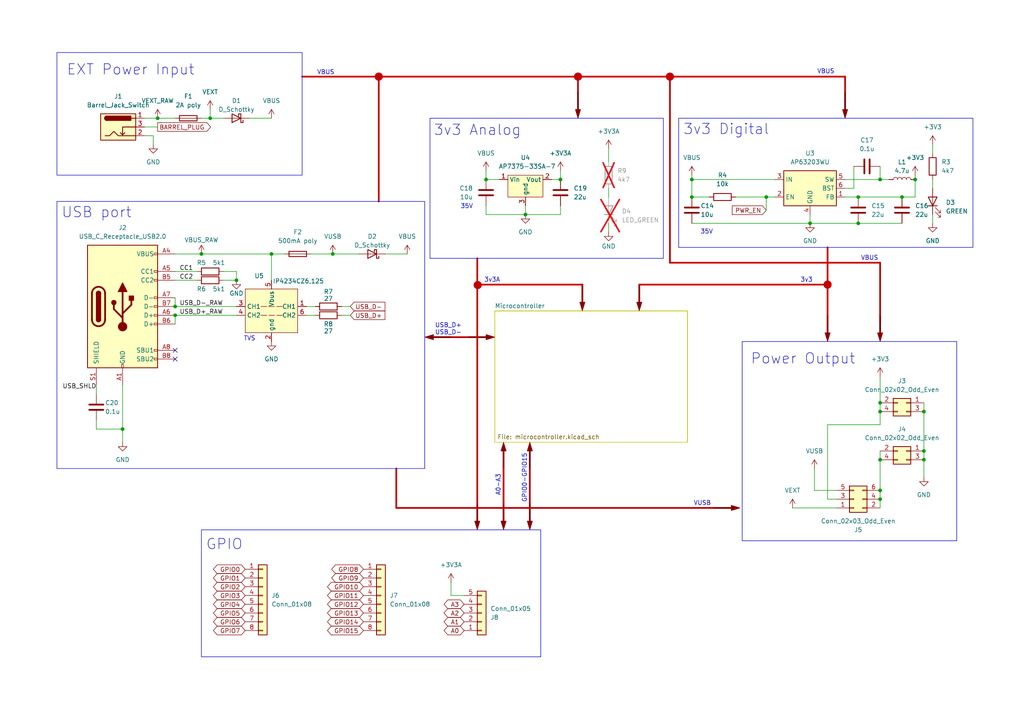
<source format=kicad_sch>
(kicad_sch (version 20231120) (generator "eeschema") (generator_version "8.0")
  (paper "A4")
  (title_block (title "Breadboard Buddy") (date "2024-03-12") (rev "v1.0") (company "Benjamin Crall"))
  (lib_symbols
    (symbol "BreadboardBuddy:AP7375_3.3v_linear_regulator"
      (property "Reference" "U" (at -0.254 3.556 0))
      (property "Value" " AP7375-33SA-7" (at 10.922 3.81 0))
      (symbol "AP7375_3.3v_linear_regulator_1_1"
        (rectangle (start -5.08 1.27) (end 5.08 -5.08) (fill (type background)))
        (pin power_in line (at -7.62 0 0) (length 2.54) (name "Vin") (number "1"))
        (pin power_out line (at 7.62 0 180) (length 2.54) (name "Vout") (number "2"))
        (pin power_in line (at 0 -7.62 90) (length 2.54) (name "gnd") (number "3"))
      )
    )
    (symbol "Connector:Barrel_Jack_Switch" (pin_names hide)
      (property "Reference" "J" (at 0 5.334 0))
      (property "Value" "Barrel_Jack_Switch" (at 0 -5.08 0))
      (symbol "Barrel_Jack_Switch_0_1"
        (rectangle (start -5.08 3.81) (end 5.08 -3.81) (stroke (width 0.254)) (fill (type background)))
        (arc (start -3.302 3.175) (mid -3.9343 2.54) (end -3.302 1.905) (stroke (width 0.254)))
        (arc (start -3.302 3.175) (mid -3.9343 2.54) (end -3.302 1.905) (stroke (width 0.254)) (fill (type outline)))
        (polyline (pts (xy 1.27 -2.286) (xy 1.905 -1.651)) (stroke (width 0.254)))
        (polyline (pts (xy 5.08 2.54) (xy 3.81 2.54)) (stroke (width 0.254)))
        (polyline (pts (xy 5.08 0) (xy 1.27 0) (xy 1.27 -2.286) (xy 0.635 -1.651)) (stroke (width 0.254)))
        (polyline (pts (xy -3.81 -2.54) (xy -2.54 -2.54) (xy -1.27 -1.27) (xy 0 -2.54) (xy 2.54 -2.54) (xy 5.08 -2.54)) (stroke (width 0.254)))
        (rectangle (start 3.683 3.175) (end -3.302 1.905) (stroke (width 0.254)) (fill (type outline)))
      )
      (symbol "Barrel_Jack_Switch_1_1"
        (pin passive line (at 7.62 2.54 180) (length 2.54) (name "~") (number "1"))
        (pin passive line (at 7.62 -2.54 180) (length 2.54) (name "~") (number "2"))
        (pin passive line (at 7.62 0 180) (length 2.54) (name "~") (number "3"))
      )
    )
    (symbol "Connector:USB_C_Receptacle_USB2.0" (pin_names (offset 1.016))
      (property "Reference" "J" (at -10.16 19.05 0))
      (property "Value" "USB_C_Receptacle_USB2.0" (at 19.05 19.05 0))
      (symbol "USB_C_Receptacle_USB2.0_0_0"
        (rectangle (start -0.254 -17.78) (end 0.254 -16.764))
        (rectangle (start 10.16 -14.986) (end 9.144 -15.494))
        (rectangle (start 10.16 -12.446) (end 9.144 -12.954))
        (rectangle (start 10.16 -4.826) (end 9.144 -5.334))
        (rectangle (start 10.16 -2.286) (end 9.144 -2.794))
        (rectangle (start 10.16 0.254) (end 9.144 -0.254))
        (rectangle (start 10.16 2.794) (end 9.144 2.286))
        (rectangle (start 10.16 7.874) (end 9.144 7.366))
        (rectangle (start 10.16 10.414) (end 9.144 9.906))
        (rectangle (start 10.16 15.494) (end 9.144 14.986))
      )
      (symbol "USB_C_Receptacle_USB2.0_0_1"
        (rectangle (start -10.16 17.78) (end 10.16 -17.78) (stroke (width 0.254)) (fill (type background)))
        (arc (start -8.89 -3.81) (mid -6.985 -5.7067) (end -5.08 -3.81) (stroke (width 0.508)))
        (arc (start -7.62 -3.81) (mid -6.985 -4.4423) (end -6.35 -3.81) (stroke (width 0.254)))
        (arc (start -7.62 -3.81) (mid -6.985 -4.4423) (end -6.35 -3.81) (stroke (width 0.254)) (fill (type outline)))
        (rectangle (start -7.62 -3.81) (end -6.35 3.81) (stroke (width 0.254)) (fill (type outline)))
        (arc (start -6.35 3.81) (mid -6.985 4.4423) (end -7.62 3.81) (stroke (width 0.254)))
        (arc (start -6.35 3.81) (mid -6.985 4.4423) (end -7.62 3.81) (stroke (width 0.254)) (fill (type outline)))
        (arc (start -5.08 3.81) (mid -6.985 5.7067) (end -8.89 3.81) (stroke (width 0.508)))
        (circle (center -2.54 1.143) (radius 0.635) (stroke (width 0.254)) (fill (type outline)))
        (circle (center 0 -5.842) (radius 1.27) (fill (type outline)))
        (polyline (pts (xy -8.89 -3.81) (xy -8.89 3.81)) (stroke (width 0.508)))
        (polyline (pts (xy -5.08 3.81) (xy -5.08 -3.81)) (stroke (width 0.508)))
        (polyline (pts (xy 0 -5.842) (xy 0 4.318)) (stroke (width 0.508)))
        (polyline (pts (xy 0 -3.302) (xy -2.54 -0.762) (xy -2.54 0.508)) (stroke (width 0.508)))
        (polyline (pts (xy 0 -2.032) (xy 2.54 0.508) (xy 2.54 1.778)) (stroke (width 0.508)))
        (polyline (pts (xy -1.27 4.318) (xy 0 6.858) (xy 1.27 4.318) (xy -1.27 4.318)) (stroke (width 0.254)) (fill (type outline)))
        (rectangle (start 1.905 1.778) (end 3.175 3.048) (stroke (width 0.254)) (fill (type outline)))
      )
      (symbol "USB_C_Receptacle_USB2.0_1_1"
        (pin passive line (at 0 -22.86 90) (length 5.08) (name "GND") (number "A1"))
        (pin passive line (at 0 -22.86 90) (length 5.08) hide (name "GND") (number "A12"))
        (pin passive line (at 15.24 15.24 180) (length 5.08) (name "VBUS") (number "A4"))
        (pin bidirectional line (at 15.24 10.16 180) (length 5.08) (name "CC1") (number "A5"))
        (pin bidirectional line (at 15.24 -2.54 180) (length 5.08) (name "D+") (number "A6"))
        (pin bidirectional line (at 15.24 2.54 180) (length 5.08) (name "D-") (number "A7"))
        (pin bidirectional line (at 15.24 -12.7 180) (length 5.08) (name "SBU1") (number "A8"))
        (pin passive line (at 15.24 15.24 180) (length 5.08) hide (name "VBUS") (number "A9"))
        (pin passive line (at 0 -22.86 90) (length 5.08) hide (name "GND") (number "B1"))
        (pin passive line (at 0 -22.86 90) (length 5.08) hide (name "GND") (number "B12"))
        (pin passive line (at 15.24 15.24 180) (length 5.08) hide (name "VBUS") (number "B4"))
        (pin bidirectional line (at 15.24 7.62 180) (length 5.08) (name "CC2") (number "B5"))
        (pin bidirectional line (at 15.24 -5.08 180) (length 5.08) (name "D+") (number "B6"))
        (pin bidirectional line (at 15.24 0 180) (length 5.08) (name "D-") (number "B7"))
        (pin bidirectional line (at 15.24 -15.24 180) (length 5.08) (name "SBU2") (number "B8"))
        (pin passive line (at 15.24 15.24 180) (length 5.08) hide (name "VBUS") (number "B9"))
        (pin passive line (at -7.62 -22.86 90) (length 5.08) (name "SHIELD") (number "S1"))
      )
    )
    (symbol "Connector_Generic:Conn_01x05" (pin_names (offset 1.016) hide)
      (property "Reference" "J" (at 0 7.62 0))
      (property "Value" "Conn_01x05" (at 0 -7.62 0))
      (symbol "Conn_01x05_1_1"
        (rectangle (start -1.27 -4.953) (end 0 -5.207) (stroke (width 0.1524)))
        (rectangle (start -1.27 -2.413) (end 0 -2.667) (stroke (width 0.1524)))
        (rectangle (start -1.27 0.127) (end 0 -0.127) (stroke (width 0.1524)))
        (rectangle (start -1.27 2.667) (end 0 2.413) (stroke (width 0.1524)))
        (rectangle (start -1.27 5.207) (end 0 4.953) (stroke (width 0.1524)))
        (rectangle (start -1.27 6.35) (end 1.27 -6.35) (stroke (width 0.254)) (fill (type background)))
        (pin passive line (at -5.08 5.08 0) (length 3.81) (name "Pin_1") (number "1"))
        (pin passive line (at -5.08 2.54 0) (length 3.81) (name "Pin_2") (number "2"))
        (pin passive line (at -5.08 0 0) (length 3.81) (name "Pin_3") (number "3"))
        (pin passive line (at -5.08 -2.54 0) (length 3.81) (name "Pin_4") (number "4"))
        (pin passive line (at -5.08 -5.08 0) (length 3.81) (name "Pin_5") (number "5"))
      )
    )
    (symbol "Connector_Generic:Conn_01x08" (pin_names (offset 1.016) hide)
      (property "Reference" "J" (at 0 10.16 0))
      (property "Value" "Conn_01x08" (at 0 -12.7 0))
      (symbol "Conn_01x08_1_1"
        (rectangle (start -1.27 -10.033) (end 0 -10.287) (stroke (width 0.1524)))
        (rectangle (start -1.27 -7.493) (end 0 -7.747) (stroke (width 0.1524)))
        (rectangle (start -1.27 -4.953) (end 0 -5.207) (stroke (width 0.1524)))
        (rectangle (start -1.27 -2.413) (end 0 -2.667) (stroke (width 0.1524)))
        (rectangle (start -1.27 0.127) (end 0 -0.127) (stroke (width 0.1524)))
        (rectangle (start -1.27 2.667) (end 0 2.413) (stroke (width 0.1524)))
        (rectangle (start -1.27 5.207) (end 0 4.953) (stroke (width 0.1524)))
        (rectangle (start -1.27 7.747) (end 0 7.493) (stroke (width 0.1524)))
        (rectangle (start -1.27 8.89) (end 1.27 -11.43) (stroke (width 0.254)) (fill (type background)))
        (pin passive line (at -5.08 7.62 0) (length 3.81) (name "Pin_1") (number "1"))
        (pin passive line (at -5.08 5.08 0) (length 3.81) (name "Pin_2") (number "2"))
        (pin passive line (at -5.08 2.54 0) (length 3.81) (name "Pin_3") (number "3"))
        (pin passive line (at -5.08 0 0) (length 3.81) (name "Pin_4") (number "4"))
        (pin passive line (at -5.08 -2.54 0) (length 3.81) (name "Pin_5") (number "5"))
        (pin passive line (at -5.08 -5.08 0) (length 3.81) (name "Pin_6") (number "6"))
        (pin passive line (at -5.08 -7.62 0) (length 3.81) (name "Pin_7") (number "7"))
        (pin passive line (at -5.08 -10.16 0) (length 3.81) (name "Pin_8") (number "8"))
      )
    )
    (symbol "Connector_Generic:Conn_02x02_Odd_Even" (pin_names (offset 1.016) hide)
      (property "Reference" "J" (at 1.27 2.54 0))
      (property "Value" "Conn_02x02_Odd_Even" (at 1.27 -5.08 0))
      (symbol "Conn_02x02_Odd_Even_1_1"
        (rectangle (start -1.27 -2.413) (end 0 -2.667) (stroke (width 0.1524)))
        (rectangle (start -1.27 0.127) (end 0 -0.127) (stroke (width 0.1524)))
        (rectangle (start -1.27 1.27) (end 3.81 -3.81) (stroke (width 0.254)) (fill (type background)))
        (rectangle (start 3.81 -2.413) (end 2.54 -2.667) (stroke (width 0.1524)))
        (rectangle (start 3.81 0.127) (end 2.54 -0.127) (stroke (width 0.1524)))
        (pin passive line (at -5.08 0 0) (length 3.81) (name "Pin_1") (number "1"))
        (pin passive line (at 7.62 0 180) (length 3.81) (name "Pin_2") (number "2"))
        (pin passive line (at -5.08 -2.54 0) (length 3.81) (name "Pin_3") (number "3"))
        (pin passive line (at 7.62 -2.54 180) (length 3.81) (name "Pin_4") (number "4"))
      )
    )
    (symbol "Connector_Generic:Conn_02x03_Odd_Even" (pin_names (offset 1.016) hide)
      (property "Reference" "J" (at 1.27 5.08 0))
      (property "Value" "Conn_02x03_Odd_Even" (at 1.27 -5.08 0))
      (symbol "Conn_02x03_Odd_Even_1_1"
        (rectangle (start -1.27 -2.413) (end 0 -2.667) (stroke (width 0.1524)))
        (rectangle (start -1.27 0.127) (end 0 -0.127) (stroke (width 0.1524)))
        (rectangle (start -1.27 2.667) (end 0 2.413) (stroke (width 0.1524)))
        (rectangle (start -1.27 3.81) (end 3.81 -3.81) (stroke (width 0.254)) (fill (type background)))
        (rectangle (start 3.81 -2.413) (end 2.54 -2.667) (stroke (width 0.1524)))
        (rectangle (start 3.81 0.127) (end 2.54 -0.127) (stroke (width 0.1524)))
        (rectangle (start 3.81 2.667) (end 2.54 2.413) (stroke (width 0.1524)))
        (pin passive line (at -5.08 2.54 0) (length 3.81) (name "Pin_1") (number "1"))
        (pin passive line (at 7.62 2.54 180) (length 3.81) (name "Pin_2") (number "2"))
        (pin passive line (at -5.08 0 0) (length 3.81) (name "Pin_3") (number "3"))
        (pin passive line (at 7.62 0 180) (length 3.81) (name "Pin_4") (number "4"))
        (pin passive line (at -5.08 -2.54 0) (length 3.81) (name "Pin_5") (number "5"))
        (pin passive line (at 7.62 -2.54 180) (length 3.81) (name "Pin_6") (number "6"))
      )
    )
    (symbol "Device:C" (pin_numbers hide) (pin_names (offset 0.254))
      (property "Reference" "C" (at 0.635 2.54 0))
      (property "Value" "C" (at 0.635 -2.54 0))
      (symbol "C_0_1"
        (polyline (pts (xy -2.032 -0.762) (xy 2.032 -0.762)) (stroke (width 0.508)))
        (polyline (pts (xy -2.032 0.762) (xy 2.032 0.762)) (stroke (width 0.508)))
      )
      (symbol "C_1_1"
        (pin passive line (at 0 3.81 270) (length 2.794) (name "~") (number "1"))
        (pin passive line (at 0 -3.81 90) (length 2.794) (name "~") (number "2"))
      )
    )
    (symbol "Device:D_Schottky" (pin_numbers hide) (pin_names (offset 1.016) hide)
      (property "Reference" "D" (at 0 2.54 0))
      (property "Value" "D_Schottky" (at 0 -2.54 0))
      (symbol "D_Schottky_0_1"
        (polyline (pts (xy 1.27 0) (xy -1.27 0)))
        (polyline (pts (xy 1.27 1.27) (xy 1.27 -1.27) (xy -1.27 0) (xy 1.27 1.27)) (stroke (width 0.254)))
        (polyline (pts (xy -1.905 0.635) (xy -1.905 1.27) (xy -1.27 1.27) (xy -1.27 -1.27) (xy -0.635 -1.27) (xy -0.635 -0.635)) (stroke (width 0.254)))
      )
      (symbol "D_Schottky_1_1"
        (pin passive line (at -3.81 0 0) (length 2.54) (name "K") (number "1"))
        (pin passive line (at 3.81 0 180) (length 2.54) (name "A") (number "2"))
      )
    )
    (symbol "Device:Fuse" (pin_numbers hide) (pin_names (offset 0))
      (property "Reference" "F" (at 2.032 0 90))
      (property "Value" "Fuse" (at -1.905 0 90))
      (symbol "Fuse_0_1"
        (rectangle (start -0.762 -2.54) (end 0.762 2.54) (stroke (width 0.254)))
        (polyline (pts (xy 0 2.54) (xy 0 -2.54)))
      )
      (symbol "Fuse_1_1"
        (pin passive line (at 0 3.81 270) (length 1.27) (name "~") (number "1"))
        (pin passive line (at 0 -3.81 90) (length 1.27) (name "~") (number "2"))
      )
    )
    (symbol "Device:L" (pin_numbers hide) (pin_names (offset 1.016) hide)
      (property "Reference" "L" (at -1.27 0 90))
      (property "Value" "L" (at 1.905 0 90))
      (symbol "L_0_1"
        (arc (start 0 -2.54) (mid 0.6323 -1.905) (end 0 -1.27))
        (arc (start 0 -1.27) (mid 0.6323 -0.635) (end 0 0))
        (arc (start 0 0) (mid 0.6323 0.635) (end 0 1.27))
        (arc (start 0 1.27) (mid 0.6323 1.905) (end 0 2.54))
      )
      (symbol "L_1_1"
        (pin passive line (at 0 3.81 270) (length 1.27) (name "1") (number "1"))
        (pin passive line (at 0 -3.81 90) (length 1.27) (name "2") (number "2"))
      )
    )
    (symbol "Device:LED" (pin_numbers hide) (pin_names (offset 1.016) hide)
      (property "Reference" "D" (at 0 2.54 0))
      (property "Value" "LED" (at 0 -2.54 0))
      (symbol "LED_0_1"
        (polyline (pts (xy -1.27 -1.27) (xy -1.27 1.27)) (stroke (width 0.254)))
        (polyline (pts (xy -1.27 0) (xy 1.27 0)))
        (polyline (pts (xy 1.27 -1.27) (xy 1.27 1.27) (xy -1.27 0) (xy 1.27 -1.27)) (stroke (width 0.254)))
        (polyline (pts (xy -3.048 -0.762) (xy -4.572 -2.286) (xy -3.81 -2.286) (xy -4.572 -2.286) (xy -4.572 -1.524)))
        (polyline (pts (xy -1.778 -0.762) (xy -3.302 -2.286) (xy -2.54 -2.286) (xy -3.302 -2.286) (xy -3.302 -1.524)))
      )
      (symbol "LED_1_1"
        (pin passive line (at -3.81 0 0) (length 2.54) (name "K") (number "1"))
        (pin passive line (at 3.81 0 180) (length 2.54) (name "A") (number "2"))
      )
    )
    (symbol "Device:R" (pin_numbers hide) (pin_names (offset 0))
      (property "Reference" "R" (at 2.032 0 90))
      (property "Value" "R" (at 0 0 90))
      (symbol "R_0_1"
        (rectangle (start -1.016 -2.54) (end 1.016 2.54) (stroke (width 0.254)))
      )
      (symbol "R_1_1"
        (pin passive line (at 0 3.81 270) (length 1.27) (name "~") (number "1"))
        (pin passive line (at 0 -3.81 90) (length 1.27) (name "~") (number "2"))
      )
    )
    (symbol "Graphic:SYM_Arrow_Large" (in_bom no) (on_board no)
      (symbol "SYM_Arrow_Large_0_1"
        (polyline (pts (xy 2.54 0) (xy -3.81 0)) (stroke (width 0.508)))
        (polyline (pts (xy 3.81 0) (xy 1.27 -0.762) (xy 1.27 0.762) (xy 3.81 0)) (fill (type outline)))
      )
    )
    (symbol "Regulator_Switching:AP63203WU"
      (property "Reference" "U2" (at 0 10.16 0))
      (property "Value" "AP63203WU" (at 0 7.62 0))
      (symbol "AP63203WU_0_1"
        (rectangle (start -7.62 5.08) (end 7.62 -5.08) (stroke (width 0.254)) (fill (type background)))
      )
      (symbol "AP63203WU_1_1"
        (pin input line (at 10.16 -2.54 180) (length 2.54) (name "FB") (number "1"))
        (pin input line (at -10.16 -2.54 0) (length 2.54) (name "EN") (number "2"))
        (pin power_in line (at -10.16 2.54 0) (length 2.54) (name "IN") (number "3"))
        (pin power_in line (at 0 -7.62 90) (length 2.54) (name "GND") (number "4"))
        (pin power_out line (at 10.16 2.54 180) (length 2.54) (name "SW") (number "5"))
        (pin passive line (at 10.16 0 180) (length 2.54) (name "BST") (number "6"))
      )
    )
    (symbol "ip4234cz6:ip4234cz6"
      (property "Reference" "U3" (at 1.27 7.62 0))
      (property "Value" "IP4234CZ6,125" (at -10.16 -7.62 0))
      (symbol "ip4234cz6_1_1"
        (rectangle (start -7.62 6.35) (end 7.62 -6.35) (fill (type background)))
        (polyline (pts (xy -3.175 -1.27) (xy 3.175 -1.27)) (stroke (width 0) (type dash)))
        (polyline (pts (xy -3.175 1.27) (xy 3.175 1.27)) (stroke (width 0) (type dash)))
        (pin bidirectional line (at -10.16 1.27 0) (length 2.54) (name "CH1") (number "1"))
        (pin input line (at 0 -8.89 90) (length 2.54) (name "gnd") (number "2"))
        (pin bidirectional line (at 10.16 1.27 180) (length 2.54) (name "CH1") (number "3"))
        (pin bidirectional line (at 10.16 -1.27 180) (length 2.54) (name "CH2") (number "4"))
        (pin input line (at 0 8.89 270) (length 2.54) (name "Vbus") (number "5"))
        (pin bidirectional line (at -10.16 -1.27 0) (length 2.54) (name "CH2") (number "6"))
      )
    )
    (symbol "power:+3V3" (power) (pin_names (offset 0))
      (property "Value" "+3V3" (at 0 3.556 0))
      (symbol "+3V3_0_1"
        (polyline (pts (xy -0.762 1.27) (xy 0 2.54)))
        (polyline (pts (xy 0 0) (xy 0 2.54)))
        (polyline (pts (xy 0 2.54) (xy 0.762 1.27)))
      )
      (symbol "+3V3_1_1"
        (pin power_in line (at 0 0 90) (length 0) hide (name "+3V3") (number "1"))
      )
    )
    (symbol "power:GND" (power) (pin_names (offset 0))
      (property "Value" "GND" (at 0 -3.81 0))
      (symbol "GND_0_1"
        (polyline (pts (xy 0 0) (xy 0 -1.27) (xy 1.27 -1.27) (xy 0 -2.54) (xy -1.27 -1.27) (xy 0 -1.27)))
      )
      (symbol "GND_1_1"
        (pin power_in line (at 0 0 270) (length 0) hide (name "GND") (number "1"))
      )
    )
    (symbol "power:VBUS" (power) (pin_names (offset 0))
      (property "Value" "VBUS" (at 0 3.81 0))
      (symbol "VBUS_0_1"
        (polyline (pts (xy -0.762 1.27) (xy 0 2.54)))
        (polyline (pts (xy 0 0) (xy 0 2.54)))
        (polyline (pts (xy 0 2.54) (xy 0.762 1.27)))
      )
      (symbol "VBUS_1_1"
        (pin power_in line (at 0 0 90) (length 0) hide (name "VBUS") (number "1"))
      )
    )
  )
  (junction (at 267.97 130.81))
  (junction (at 50.8 88.9))
  (junction (at 255.27 52.07))
  (junction (at 255.27 144.78))
  (junction (at 248.92 57.15))
  (junction (at 96.52 73.66))
  (junction (at 45.72 34.29))
  (junction (at 35.56 124.46))
  (junction (at 58.42 73.66))
  (junction (at 200.66 57.15))
  (junction (at 255.27 142.24))
  (junction (at 60.96 34.29))
  (junction (at 50.8 91.44))
  (junction (at 140.97 52.07))
  (junction (at 261.62 57.15))
  (junction (at 255.27 133.35))
  (junction (at 68.58 81.28))
  (junction (at 248.92 64.77))
  (junction (at 162.56 52.07))
  (junction (at 255.27 119.38))
  (junction (at 267.97 133.35))
  (junction (at 78.74 73.66))
  (junction (at 255.27 116.84))
  (junction (at 222.25 57.15))
  (junction (at 265.43 52.07))
  (junction (at 234.95 64.77))
  (junction (at 267.97 119.38))
  (junction (at 152.4 62.23))
  (junction (at 200.66 52.07))
  (no_connect (at 50.8 101.6))
  (no_connect (at 50.8 104.14))
  (polyline (pts (xy 168.91 82.55) (xy 138.43 82.55)) (stroke (width 0.5) (color 192 0 0 1)))
  (wire (pts (xy 213.36 57.15) (xy 222.25 57.15)))
  (wire (pts (xy 68.58 78.74) (xy 68.58 81.28)))
  (polyline (pts (xy 194.31 76.2) (xy 194.31 22.225)) (stroke (width 0.5) (color 192 0 0 1)))
  (polyline (pts (xy 109.855 22.225) (xy 109.855 22.225)))
  (wire (pts (xy 255.27 130.81) (xy 255.27 133.35)))
  (wire (pts (xy 270.51 41.91) (xy 270.51 44.45)))
  (wire (pts (xy 50.8 73.66) (xy 58.42 73.66)))
  (wire (pts (xy 242.57 144.78) (xy 240.03 144.78)))
  (wire (pts (xy 261.62 57.15) (xy 265.43 57.15)))
  (wire (pts (xy 35.56 111.76) (xy 35.56 124.46)))
  (wire (pts (xy 45.72 36.83) (xy 41.91 36.83)))
  (wire (pts (xy 222.25 57.15) (xy 224.79 57.15)))
  (wire (pts (xy 255.27 52.07) (xy 257.81 52.07)))
  (wire (pts (xy 58.42 73.66) (xy 78.74 73.66)))
  (wire (pts (xy 248.92 64.77) (xy 261.62 64.77)))
  (wire (pts (xy 134.62 172.72) (xy 130.81 172.72)))
  (wire (pts (xy 270.51 62.23) (xy 270.51 64.77)))
  (wire (pts (xy 162.56 62.23) (xy 152.4 62.23)))
  (wire (pts (xy 265.43 50.8) (xy 265.43 52.07)))
  (wire (pts (xy 50.8 34.29) (xy 45.72 34.29)))
  (polyline (pts (xy 87.63 22.225) (xy 245.11 22.225)) (stroke (width 0.5) (color 192 0 0 1)))
  (wire (pts (xy 240.03 123.19) (xy 255.27 123.19)))
  (wire (pts (xy 27.94 124.46) (xy 27.94 121.92)))
  (polyline (pts (xy 167.64 22.225) (xy 167.64 26.67)) (stroke (width 0.5) (color 192 0 0 1)))
  (polyline (pts (xy 240.03 82.55) (xy 185.42 82.55)) (stroke (width 0.5) (color 192 0 0 1)))
  (wire (pts (xy 200.66 64.77) (xy 234.95 64.77)))
  (polyline (pts (xy 114.935 147.32) (xy 114.935 135.89)) (stroke (width 0.5) (color 192 0 0 1)))
  (wire (pts (xy 50.8 88.9) (xy 68.58 88.9)))
  (wire (pts (xy 50.8 91.44) (xy 68.58 91.44)))
  (wire (pts (xy 27.94 111.76) (xy 27.94 114.3)))
  (polyline (pts (xy 146.05 146.05) (xy 146.05 135.89)) (stroke (width 0.5) (color 192 0 0 1)))
  (wire (pts (xy 229.87 147.32) (xy 242.57 147.32)))
  (wire (pts (xy 245.11 54.61) (xy 247.65 54.61)))
  (wire (pts (xy 176.53 43.18) (xy 176.53 46.99)))
  (wire (pts (xy 242.57 142.24) (xy 236.22 142.24)))
  (polyline (pts (xy 153.67 146.05) (xy 153.67 135.89)) (stroke (width 0.5) (color 192 0 0 1)))
  (wire (pts (xy 245.11 57.15) (xy 248.92 57.15)))
  (wire (pts (xy 255.27 133.35) (xy 255.27 142.24)))
  (wire (pts (xy 50.8 78.74) (xy 57.15 78.74)))
  (wire (pts (xy 200.66 52.07) (xy 200.66 57.15)))
  (wire (pts (xy 240.03 144.78) (xy 240.03 123.19)))
  (polyline (pts (xy 109.855 22.225) (xy 109.855 58.42)) (stroke (width 0.5) (color 192 0 0 1)))
  (wire (pts (xy 78.74 73.66) (xy 82.55 73.66)))
  (wire (pts (xy 247.65 54.61) (xy 247.65 48.26)))
  (wire (pts (xy 270.51 52.07) (xy 270.51 54.61)))
  (wire (pts (xy 130.81 172.72) (xy 130.81 168.91)))
  (wire (pts (xy 162.56 52.07) (xy 160.02 52.07)))
  (wire (pts (xy 78.74 34.29) (xy 72.39 34.29)))
  (wire (pts (xy 88.9 88.9) (xy 91.44 88.9)))
  (wire (pts (xy 101.6 88.9) (xy 99.06 88.9)))
  (wire (pts (xy 267.97 130.81) (xy 267.97 133.35)))
  (wire (pts (xy 50.8 91.44) (xy 50.8 93.98)))
  (wire (pts (xy 44.45 39.37) (xy 41.91 39.37)))
  (wire (pts (xy 35.56 124.46) (xy 35.56 128.27)))
  (wire (pts (xy 200.66 52.07) (xy 224.79 52.07)))
  (wire (pts (xy 64.77 34.29) (xy 60.96 34.29)))
  (wire (pts (xy 152.4 62.23) (xy 140.97 62.23)))
  (wire (pts (xy 255.27 116.84) (xy 255.27 119.38)))
  (wire (pts (xy 50.8 86.36) (xy 50.8 88.9)))
  (wire (pts (xy 267.97 119.38) (xy 267.97 130.81)))
  (wire (pts (xy 64.77 78.74) (xy 68.58 78.74)))
  (wire (pts (xy 245.11 52.07) (xy 255.27 52.07)))
  (polyline (pts (xy 245.11 22.225) (xy 245.11 26.67)) (stroke (width 0.5) (color 192 0 0 1)))
  (wire (pts (xy 88.9 91.44) (xy 91.44 91.44)))
  (wire (pts (xy 64.77 81.28) (xy 68.58 81.28)))
  (polyline (pts (xy 207.01 147.32) (xy 114.935 147.32)) (stroke (width 0.5) (color 192 0 0 1)))
  (wire (pts (xy 60.96 34.29) (xy 58.42 34.29)))
  (wire (pts (xy 255.27 119.38) (xy 255.27 123.19)))
  (wire (pts (xy 248.92 57.15) (xy 261.62 57.15)))
  (polyline (pts (xy 255.27 76.2) (xy 194.31 76.2)) (stroke (width 0.5) (color 192 0 0 1)))
  (wire (pts (xy 162.56 49.53) (xy 162.56 52.07)))
  (wire (pts (xy 104.14 73.66) (xy 96.52 73.66)))
  (polyline (pts (xy 135.89 97.79) (xy 130.81 97.79)) (stroke (width 0.5) (color 192 0 0 1)))
  (wire (pts (xy 176.53 54.61) (xy 176.53 57.15)))
  (wire (pts (xy 44.45 41.91) (xy 44.45 39.37)))
  (wire (pts (xy 140.97 62.23) (xy 140.97 59.69)))
  (wire (pts (xy 200.66 57.15) (xy 205.74 57.15)))
  (wire (pts (xy 96.52 73.66) (xy 90.17 73.66)))
  (wire (pts (xy 255.27 142.24) (xy 255.27 144.78)))
  (wire (pts (xy 255.27 48.26) (xy 255.27 52.07)))
  (wire (pts (xy 118.11 73.66) (xy 111.76 73.66)))
  (wire (pts (xy 152.4 59.69) (xy 152.4 62.23)))
  (wire (pts (xy 234.95 64.77) (xy 248.92 64.77)))
  (wire (pts (xy 140.97 49.53) (xy 140.97 52.07)))
  (wire (pts (xy 176.53 64.77) (xy 176.53 67.31)))
  (wire (pts (xy 200.66 50.8) (xy 200.66 52.07)))
  (wire (pts (xy 101.6 91.44) (xy 99.06 91.44)))
  (wire (pts (xy 27.94 124.46) (xy 35.56 124.46)))
  (wire (pts (xy 222.25 57.15) (xy 222.25 60.96)))
  (wire (pts (xy 255.27 144.78) (xy 255.27 147.32)))
  (wire (pts (xy 267.97 116.84) (xy 267.97 119.38)))
  (wire (pts (xy 234.95 62.23) (xy 234.95 64.77)))
  (wire (pts (xy 78.74 73.66) (xy 78.74 81.28)))
  (wire (pts (xy 265.43 57.15) (xy 265.43 52.07)))
  (polyline (pts (xy 138.43 74.93) (xy 138.43 146.05)) (stroke (width 0.5) (color 192 0 0 1)))
  (wire (pts (xy 255.27 109.22) (xy 255.27 116.84)))
  (wire (pts (xy 50.8 81.28) (xy 57.15 81.28)))
  (wire (pts (xy 60.96 31.75) (xy 60.96 34.29)))
  (wire (pts (xy 45.72 34.29) (xy 41.91 34.29)))
  (polyline (pts (xy 255.27 91.44) (xy 255.27 76.2)) (stroke (width 0.5) (color 192 0 0 1)))
  (wire (pts (xy 162.56 59.69) (xy 162.56 62.23)))
  (polyline (pts (xy 240.03 91.44) (xy 240.03 71.755)) (stroke (width 0.5) (color 192 0 0 1)))
  (wire (pts (xy 267.97 133.35) (xy 267.97 138.43)))
  (wire (pts (xy 140.97 52.07) (xy 144.78 52.07)))
  (wire (pts (xy 236.22 135.89) (xy 236.22 142.24)))
  (circle (center 109.855 22.225) (radius 0.1796) (stroke (width 1) (color 192 0 0 1)))
  (rectangle (start 196.85 34.29) (end 282.194 71.755))
  (circle (center 194.31 22.225) (radius 0.1796) (stroke (width 1) (color 192 0 0 1)))
  (circle (center 167.64 22.225) (radius 0.1796) (stroke (width 1) (color 192 0 0 1)))
  (rectangle (start 124.714 34.29) (end 192.405 74.93))
  (rectangle (start 16.51 58.42) (end 123.19 135.89))
  (circle (center 138.557 82.677) (radius 0.1796) (stroke (width 1) (color 192 0 0 1)))
  (rectangle (start 16.51 15.24) (end 87.63 50.8))
  (rectangle (start 58.42 153.67) (end 156.845 190.5))
  (circle (center 240.03 82.55) (radius 0.1796) (stroke (width 1) (color 192 0 0 1)))
  (rectangle (start 215.265 99.06) (end 277.495 156.845))
  (text "35V" (at 204.978 67.31 0) (effects (font (size 1.27 1.27))))
  (text "VBUS" (at 252.222 74.93 0) (effects (font (size 1.27 1.27))))
  (text "USB port" (at 17.78 63.5 0) (effects (font (size 3 3)) (justify left bottom)))
  (text "GPIO0-GPIO15" (at 152.146 138.684 90) (effects (font (size 1.27 1.27))))
  (text "VBUS" (at 239.522 20.828 0) (effects (font (size 1.27 1.27))))
  (text "3v3 Analog" (at 125.73 39.624 0) (effects (font (size 3 3)) (justify left bottom)))
  (text "35V" (at 135.382 59.944 0) (effects (font (size 1.27 1.27))))
  (text "3v3 Digital" (at 198.12 39.37 0) (effects (font (size 3 3)) (justify left bottom)))
  (text "VBUS" (at 94.488 21.082 0) (effects (font (size 1.27 1.27))))
  (text "Power Output" (at 217.678 105.918 0) (effects (font (size 3 3)) (justify left bottom)))
  (text "USB_D+\nUSB_D-" (at 130.048 95.504 0) (effects (font (size 1.27 1.27))))
  (text "3v3A" (at 142.748 81.28 0) (effects (font (size 1.27 1.27))))
  (text "TVS" (at 72.39 98.298 0) (effects (font (size 1.27 1.27))))
  (text "GPIO" (at 59.69 159.766 0) (effects (font (size 3 3)) (justify left bottom)))
  (text "EXT Power Input" (at 19.304 22.098 0) (effects (font (size 3 3)) (justify left bottom)))
  (text "A0-A3" (at 144.526 140.716 90) (effects (font (size 1.27 1.27))))
  (text "3v3" (at 233.934 81.28 0) (effects (font (size 1.27 1.27))))
  (text "VUSB" (at 203.708 146.05 0) (effects (font (size 1.27 1.27))))
  (label "CC2" (at 52.07 81.28 0))
  (label "CC1" (at 52.07 78.74 0))
  (label "USB_SHLD" (at 27.94 113.03 180))
  (label "USB_D-_RAW" (at 52.07 88.9 0))
  (label "USB_D+_RAW" (at 52.07 91.44 0))
  (global_label "GPIO13" (shape bidirectional) (at 105.41 177.8 180) (property "Intersheetrefs" "${INTERSHEET_REFS}" (effects (hide yes))))
  (global_label "USB_D+" (shape input) (at 101.6 91.44 0) (property "Intersheetrefs" "${INTERSHEET_REFS}" (effects (hide yes))))
  (global_label "GPIO3" (shape bidirectional) (at 71.12 172.72 180) (property "Intersheetrefs" "${INTERSHEET_REFS}" (effects (hide yes))))
  (global_label "GPIO8" (shape bidirectional) (at 105.41 165.1 180) (property "Intersheetrefs" "${INTERSHEET_REFS}" (effects (hide yes))))
  (global_label "GPIO4" (shape bidirectional) (at 71.12 175.26 180) (property "Intersheetrefs" "${INTERSHEET_REFS}" (effects (hide yes))))
  (global_label "GPIO10" (shape bidirectional) (at 105.41 170.18 180) (property "Intersheetrefs" "${INTERSHEET_REFS}" (effects (hide yes))))
  (global_label "USB_D-" (shape input) (at 101.6 88.9 0) (property "Intersheetrefs" "${INTERSHEET_REFS}" (effects (hide yes))))
  (global_label "GPIO2" (shape bidirectional) (at 71.12 170.18 180) (property "Intersheetrefs" "${INTERSHEET_REFS}" (effects (hide yes))))
  (global_label "GPIO15" (shape bidirectional) (at 105.41 182.88 180) (property "Intersheetrefs" "${INTERSHEET_REFS}" (effects (hide yes))))
  (global_label "A3" (shape bidirectional) (at 134.62 175.26 180) (property "Intersheetrefs" "${INTERSHEET_REFS}" (effects (hide yes))))
  (global_label "GPIO9" (shape bidirectional) (at 105.41 167.64 180) (property "Intersheetrefs" "${INTERSHEET_REFS}" (effects (hide yes))))
  (global_label "A1" (shape bidirectional) (at 134.62 180.34 180) (property "Intersheetrefs" "${INTERSHEET_REFS}" (effects (hide yes))))
  (global_label "A0" (shape bidirectional) (at 134.62 182.88 180) (property "Intersheetrefs" "${INTERSHEET_REFS}" (effects (hide yes))))
  (global_label "A2" (shape bidirectional) (at 134.62 177.8 180) (property "Intersheetrefs" "${INTERSHEET_REFS}" (effects (hide yes))))
  (global_label "GPIO5" (shape bidirectional) (at 71.12 177.8 180) (property "Intersheetrefs" "${INTERSHEET_REFS}" (effects (hide yes))))
  (global_label "BARREL_PLUG" (shape output) (at 45.72 36.83 0) (property "Intersheetrefs" "${INTERSHEET_REFS}" (effects (hide yes))))
  (global_label "GPIO14" (shape bidirectional) (at 105.41 180.34 180) (property "Intersheetrefs" "${INTERSHEET_REFS}" (effects (hide yes))))
  (global_label "GPIO0" (shape bidirectional) (at 71.12 165.1 180) (property "Intersheetrefs" "${INTERSHEET_REFS}" (effects (hide yes))))
  (global_label "GPIO1" (shape bidirectional) (at 71.12 167.64 180) (property "Intersheetrefs" "${INTERSHEET_REFS}" (effects (hide yes))))
  (global_label "GPIO11" (shape bidirectional) (at 105.41 172.72 180) (property "Intersheetrefs" "${INTERSHEET_REFS}" (effects (hide yes))))
  (global_label "PWR_EN" (shape input) (at 222.25 60.96 180) (property "Intersheetrefs" "${INTERSHEET_REFS}" (effects (hide yes))))
  (global_label "GPIO7" (shape bidirectional) (at 71.12 182.88 180) (property "Intersheetrefs" "${INTERSHEET_REFS}" (effects (hide yes))))
  (global_label "GPIO12" (shape bidirectional) (at 105.41 175.26 180) (property "Intersheetrefs" "${INTERSHEET_REFS}" (effects (hide yes))))
  (global_label "GPIO6" (shape bidirectional) (at 71.12 180.34 180) (property "Intersheetrefs" "${INTERSHEET_REFS}" (effects (hide yes))))
  (symbol (lib_id "Device:C") (at 200.66 60.96 0) (unit 1)
    (property "Reference" "C14" (at 203.2 59.69 0) (effects (justify left)))
    (property "Value" "10u" (at 203.2 62.23 0) (effects (justify left)))
    (property "Footprint" "Capacitor_SMD:C_0603_1608Metric" (effects (hide yes)))
    (property "DPN" "490-13248-1-ND" (effects (hide yes)))
    (property "MPN" "GRM188R6YA106MA73D" (effects (hide yes)))
  )
  (symbol (lib_id "power:VBUS") (at 45.72 34.29 0) (unit 1)
    (property "Reference" "#PWR0102" (effects (hide yes)))
    (property "Value" "VEXT_RAW" (at 45.72 29.21 0))
    (property "Description" "Power symbol creates a global label with name \"VBUS\"" (effects (hide yes)))
  )
  (symbol (lib_id "Graphic:SYM_Arrow_Large") (at 153.67 132.08 90) (unit 1) (exclude_from_sim yes) (in_bom no) (on_board no)
    (property "Reference" "#SYM110" (effects (hide yes)))
    (property "Value" "SYM_Arrow_Large" (effects (hide yes)))
    (property "Description" "Filled arrow, 300mil" (effects (hide yes)))
  )
  (symbol (lib_id "Device:Fuse") (at 86.36 73.66 90) (unit 1)
    (property "Reference" "F2" (at 86.36 67.31 90))
    (property "Value" "500mA poly" (at 86.36 69.85 90))
    (property "Footprint" "Fuse:Fuse_1206_3216Metric" (effects (hide yes)))
    (property "DPN" "F2110CT-ND" (effects (hide yes)))
    (property "MPN" "1206L025YR" (effects (hide yes)))
  )
  (symbol (lib_id "Device:R") (at 270.51 48.26 0) (unit 1)
    (property "Reference" "R3" (at 273.05 46.9899 0) (effects (justify left)))
    (property "Value" "4k7" (at 273.05 49.5299 0) (effects (justify left)))
    (property "Footprint" "Resistor_SMD:R_0603_1608Metric" (effects (hide yes)))
    (property "DPN" "RMCF0603FT470RCT-ND" (effects (hide yes)))
    (property "MPN" "RMCF0603FT470R" (effects (hide yes)))
  )
  (symbol (lib_id "Connector_Generic:Conn_01x05") (at 139.7 177.8 0) (mirror x) (unit 1)
    (property "Reference" "J8" (at 142.24 179.0701 0) (effects (justify left)))
    (property "Value" "Conn_01x05" (at 142.24 176.5301 0) (effects (justify left)))
    (property "Footprint" "Connector_PinHeader_2.54mm:PinHeader_1x05_P2.54mm_Vertical" (effects (hide yes)))
    (property "Description" "Generic connector, single row, 01x05, script generated (kicad-library-utils/schlib/autogen/connector/)" (effects (hide yes)))
    (property "DPN" "2057-PH1-05-UA-ND" (effects (hide yes)))
    (property "MPN" "PH1-05-UA" (effects (hide yes)))
  )
  (symbol (lib_id "Device:L") (at 261.62 52.07 90) (unit 1)
    (property "Reference" "L1" (at 261.62 46.99 90))
    (property "Value" "4.7u" (at 261.62 49.53 90))
    (property "Footprint" "Inductor_SMD:L_1210_3225Metric" (effects (hide yes)))
    (property "DPN" "118-SRP3212-4R7MCT-ND" (effects (hide yes)))
    (property "MPN" "SRP3212-4R7M" (effects (hide yes)))
  )
  (symbol (lib_id "Graphic:SYM_Arrow_Large") (at 255.27 95.25 270) (unit 1) (exclude_from_sim yes) (in_bom no) (on_board no)
    (property "Reference" "#SYM106" (effects (hide yes)))
    (property "Value" "SYM_Arrow_Large" (effects (hide yes)))
    (property "Description" "Filled arrow, 300mil" (effects (hide yes)))
  )
  (symbol (lib_id "Device:LED") (at 176.53 60.96 90) (unit 1) (dnp yes)
    (property "Reference" "D4" (at 180.34 61.2774 90) (effects (justify right)))
    (property "Value" "LED_GREEN" (at 180.34 63.8174 90) (effects (justify right)))
    (property "Footprint" "LED_SMD:LED_0603_1608Metric" (effects (hide yes)))
    (property "DPN" "3147-B1911PG--20D000514U1930CT-ND" (effects (hide yes)))
    (property "MPN" "B1911PG--20D000514U1930" (effects (hide yes)))
  )
  (symbol (lib_id "power:GND") (at 78.74 99.06 0) (unit 1)
    (property "Reference" "#PWR0119" (effects (hide yes)))
    (property "Value" "GND" (at 78.74 104.14 0))
  )
  (symbol (lib_id "power:+3V3") (at 162.56 49.53 0) (unit 1)
    (property "Reference" "#PWR0108" (effects (hide yes)))
    (property "Value" "+3V3A" (at 162.56 44.45 0))
  )
  (symbol (lib_id "Connector:Barrel_Jack_Switch") (at 34.29 36.83 0) (unit 1)
    (property "Reference" "J1" (at 34.29 27.94 0))
    (property "Value" "Barrel_Jack_Switch" (at 34.29 30.48 0))
    (property "Footprint" "Connector_BarrelJack:BarrelJack_Wuerth_6941xx301002" (effects (hide yes)))
    (property "Datasheet" "https://www.cuidevices.com/product/resource/pj-002a.pdf" (effects (hide yes)))
    (property "Description" "DC Barrel Jack with an internal switch" (effects (hide yes)))
    (property "DPN" "CP-002A-ND" (effects (hide yes)))
    (property "MPN" "PJ-002A" (effects (hide yes)))
  )
  (symbol (lib_id "Device:Fuse") (at 54.61 34.29 90) (unit 1)
    (property "Reference" "F1" (at 54.61 27.94 90))
    (property "Value" "2A poly" (at 54.61 30.48 90))
    (property "Footprint" "Fuse:Fuse_1206_3216Metric" (effects (hide yes)))
    (property "DPN" "F6133CT-ND" (effects (hide yes)))
    (property "MPN" "1210L110/16WR" (effects (hide yes)))
  )
  (symbol (lib_id "power:+3V3") (at 265.43 50.8 0) (unit 1)
    (property "Reference" "#PWR0110" (effects (hide yes)))
    (property "Value" "+3V3" (at 265.43 45.72 0))
  )
  (symbol (lib_id "Graphic:SYM_Arrow_Large") (at 168.91 86.36 270) (unit 1) (exclude_from_sim yes) (in_bom no) (on_board no)
    (property "Reference" "#SYM103" (effects (hide yes)))
    (property "Value" "SYM_Arrow_Large" (effects (hide yes)))
    (property "Description" "Filled arrow, 300mil" (effects (hide yes)))
  )
  (symbol (lib_id "Device:R") (at 95.25 88.9 90) (unit 1)
    (property "Reference" "R7" (at 95.25 84.582 90))
    (property "Value" "27" (at 95.25 86.614 90))
    (property "Footprint" "Resistor_SMD:R_0603_1608Metric" (effects (hide yes)))
    (property "Description" "Resistor" (effects (hide yes)))
    (property "DPN" "CR0603-FX-27R0ELFCT-ND" (effects (hide yes)))
    (property "MPN" "CR0603-FX-27R0ELF" (effects (hide yes)))
  )
  (symbol (lib_id "power:VBUS") (at 229.87 147.32 0) (unit 1)
    (property "Reference" "#PWR0124" (effects (hide yes)))
    (property "Value" "VEXT" (at 229.87 142.24 0))
    (property "Description" "Power symbol creates a global label with name \"VBUS\"" (effects (hide yes)))
  )
  (symbol (lib_id "Connector:USB_C_Receptacle_USB2.0") (at 35.56 88.9 0) (unit 1)
    (property "Reference" "J2" (at 35.56 66.04 0))
    (property "Value" "USB_C_Receptacle_USB2.0" (at 35.56 68.58 0))
    (property "Footprint" "Connector_USB:USB_C_Receptacle_Palconn_UTC16-G" (effects (hide yes)))
    (property "Datasheet" "https://www.usb.org/sites/default/files/documents/usb_type-c.zip" (effects (hide yes)))
    (property "DPN" "USB4105-GF-A" (effects (hide yes)))
    (property "MPN" "2073-USB4105-GF-ACT-ND" (effects (hide yes)))
  )
  (symbol (lib_id "power:VBUS") (at 200.66 50.8 0) (unit 1)
    (property "Reference" "#PWR0109" (effects (hide yes)))
    (property "Value" "VBUS" (at 200.66 45.72 0))
    (property "Description" "Power symbol creates a global label with name \"VBUS\"" (effects (hide yes)))
  )
  (symbol (lib_id "power:GND") (at 68.58 81.28 0) (unit 1)
    (property "Reference" "#PWR0118" (effects (hide yes)))
    (property "Value" "GND" (at 68.58 85.09 0))
  )
  (symbol (lib_id "Device:C") (at 251.46 48.26 90) (unit 1)
    (property "Reference" "C17" (at 251.46 40.64 90))
    (property "Value" "0.1u" (at 251.46 43.18 90))
    (property "Footprint" "Capacitor_SMD:C_0603_1608Metric" (effects (hide yes)))
    (property "DPN" "1276-1938-1-ND" (effects (hide yes)))
    (property "MPN" "CL10B104KO8NFNC" (effects (hide yes)))
  )
  (symbol (lib_id "power:+3V3") (at 255.27 109.22 0) (unit 1)
    (property "Reference" "#PWR0120" (effects (hide yes)))
    (property "Value" "+3V3" (at 255.27 104.14 0))
    (property "Description" "Power symbol creates a global label with name \"+3V3\"" (effects (hide yes)))
  )
  (symbol (lib_id "power:VBUS") (at 236.22 135.89 0) (unit 1)
    (property "Reference" "#PWR0122" (effects (hide yes)))
    (property "Value" "VUSB" (at 236.22 130.81 0))
  )
  (symbol (lib_id "power:+3V3") (at 176.53 43.18 0) (unit 1)
    (property "Reference" "#PWR0106" (effects (hide yes)))
    (property "Value" "+3V3A" (at 176.53 38.1 0))
  )
  (symbol (lib_id "power:GND") (at 267.97 138.43 0) (unit 1)
    (property "Reference" "#PWR0123" (effects (hide yes)))
    (property "Value" "GND" (at 267.97 143.51 0))
    (property "Description" "Power symbol creates a global label with name \"GND\" , ground" (effects (hide yes)))
  )
  (symbol (lib_id "Graphic:SYM_Arrow_Large") (at 210.82 147.32 0) (unit 1) (exclude_from_sim yes) (in_bom no) (on_board no)
    (property "Reference" "#SYM111" (effects (hide yes)))
    (property "Value" "SYM_Arrow_Large" (effects (hide yes)))
    (property "Description" "Filled arrow, 300mil" (effects (hide yes)))
  )
  (symbol (lib_id "Regulator_Switching:AP63203WU") (at 234.95 54.61 0) (unit 1)
    (property "Reference" "U3" (at 234.95 44.45 0))
    (property "Value" "AP63203WU" (at 234.95 46.99 0))
    (property "Footprint" "Package_TO_SOT_SMD:TSOT-23-6" (effects (hide yes)))
    (property "Datasheet" "https://www.diodes.com/assets/Datasheets/AP63200-AP63201-AP63203-AP63205.pdf" (effects (hide yes)))
    (property "DPN" "AP63203WU-7DICT-ND" (effects (hide yes)))
    (property "MPN" "AP63203WU-7" (effects (hide yes)))
  )
  (symbol (lib_id "Graphic:SYM_Arrow_Large") (at 185.42 86.36 270) (unit 1) (exclude_from_sim yes) (in_bom no) (on_board no)
    (property "Reference" "#SYM104" (effects (hide yes)))
    (property "Value" "SYM_Arrow_Large" (effects (hide yes)))
    (property "Description" "Filled arrow, 300mil" (effects (hide yes)))
  )
  (symbol (lib_id "Graphic:SYM_Arrow_Large") (at 146.05 132.08 90) (unit 1) (exclude_from_sim yes) (in_bom no) (on_board no)
    (property "Reference" "#SYM109" (effects (hide yes)))
    (property "Value" "SYM_Arrow_Large" (effects (hide yes)))
    (property "Description" "Filled arrow, 300mil" (effects (hide yes)))
  )
  (symbol (lib_id "Device:D_Schottky") (at 68.58 34.29 180) (unit 1)
    (property "Reference" "D1" (at 68.58 29.21 0))
    (property "Value" "D_Schottky" (at 68.58 31.75 0))
    (property "Footprint" "Diode_SMD:D_1206_3216Metric" (effects (hide yes)))
    (property "Datasheet" "https://datasheets.kyocera-avx.com/schottky.pdf" (effects (hide yes)))
    (property "DPN" "478-7806-1-ND" (effects (hide yes)))
    (property "MPN" "SD1206S040S2R0" (effects (hide yes)))
  )
  (symbol (lib_id "Graphic:SYM_Arrow_Large") (at 146.05 149.86 270) (unit 1) (exclude_from_sim yes) (in_bom no) (on_board no)
    (property "Reference" "#SYM113" (effects (hide yes)))
    (property "Value" "SYM_Arrow_Large" (effects (hide yes)))
    (property "Description" "Filled arrow, 300mil" (effects (hide yes)))
  )
  (symbol (lib_id "Device:LED") (at 270.51 58.42 90) (unit 1)
    (property "Reference" "D3" (at 274.32 58.7374 90) (effects (justify right)))
    (property "Value" "GREEN" (at 274.32 61.2774 90) (effects (justify right)))
    (property "Footprint" "LED_SMD:LED_0603_1608Metric" (effects (hide yes)))
    (property "DPN" "3147-B1911NG--20D000214U1930CT-ND" (effects (hide yes)))
    (property "MPN" "B1911NG--20D000214U1930" (effects (hide yes)))
  )
  (symbol (lib_id "Connector_Generic:Conn_02x02_Odd_Even") (at 262.89 116.84 0) (mirror y) (unit 1)
    (property "Reference" "J3" (at 261.62 110.49 0))
    (property "Value" "Conn_02x02_Odd_Even" (at 261.62 113.03 0))
    (property "Footprint" "Connector_PinHeader_2.54mm:PinHeader_2x02_P2.54mm_Vertical" (effects (hide yes)))
    (property "Description" "Generic connector, double row, 02x02, odd/even pin numbering scheme (row 1 odd numbers, row 2 even numbers), script generated (kicad-library-utils/schlib/autogen/connector/)" (effects (hide yes)))
    (property "DPN" "2057-PH2-04-UA-ND" (effects (hide yes)))
    (property "MPN" "CONN HEADER VERT 4POS 2.54MM" (effects (hide yes)))
  )
  (symbol (lib_id "Device:R") (at 95.25 91.44 90) (unit 1)
    (property "Reference" "R8" (at 95.25 93.98 90))
    (property "Value" "27" (at 95.25 96.012 90))
    (property "Footprint" "Resistor_SMD:R_0603_1608Metric" (effects (hide yes)))
    (property "Description" "Resistor" (effects (hide yes)))
    (property "DPN" "CR0603-FX-27R0ELFCT-ND" (effects (hide yes)))
    (property "MPN" "CR0603-FX-27R0ELF" (effects (hide yes)))
  )
  (symbol (lib_id "Graphic:SYM_Arrow_Large") (at 127 97.79 180) (unit 1) (exclude_from_sim yes) (in_bom no) (on_board no)
    (property "Reference" "#SYM107" (effects (hide yes)))
    (property "Value" "SYM_Arrow_Large" (effects (hide yes)))
    (property "Description" "Filled arrow, 300mil" (effects (hide yes)))
  )
  (symbol (lib_id "power:GND") (at 234.95 64.77 0) (unit 1)
    (property "Reference" "#PWR0112" (effects (hide yes)))
    (property "Value" "GND" (at 234.95 69.85 0))
  )
  (symbol (lib_id "Device:C") (at 162.56 55.88 0) (unit 1)
    (property "Reference" "C19" (at 166.37 54.6099 0) (effects (justify left)))
    (property "Value" "22u" (at 166.37 57.1499 0) (effects (justify left)))
    (property "Footprint" "Capacitor_SMD:C_0603_1608Metric" (effects (hide yes)))
    (property "DPN" "490-7611-1-ND" (effects (hide yes)))
    (property "MPN" "GRM188R60J226MEA0D" (effects (hide yes)))
  )
  (symbol (lib_id "Connector_Generic:Conn_01x08") (at 76.2 172.72 0) (unit 1)
    (property "Reference" "J6" (at 78.74 172.7199 0) (effects (justify left)))
    (property "Value" "Conn_01x08" (at 78.74 175.2599 0) (effects (justify left)))
    (property "Footprint" "Connector_PinHeader_2.54mm:PinHeader_1x08_P2.54mm_Vertical" (effects (hide yes)))
    (property "Description" "Generic connector, single row, 01x08, script generated (kicad-library-utils/schlib/autogen/connector/)" (effects (hide yes)))
    (property "DPN" "2057-PH1-08-UA-ND" (effects (hide yes)))
    (property "MPN" "PH1-08-UA" (effects (hide yes)))
  )
  (symbol (lib_id "Graphic:SYM_Arrow_Large") (at 245.11 30.48 270) (unit 1) (exclude_from_sim yes) (in_bom no) (on_board no)
    (property "Reference" "#SYM102" (effects (hide yes)))
    (property "Value" "SYM_Arrow_Large" (effects (hide yes)))
    (property "Description" "Filled arrow, 300mil" (effects (hide yes)))
  )
  (symbol (lib_id "Device:C") (at 27.94 118.11 0) (unit 1)
    (property "Reference" "C20" (at 30.48 116.84 0) (effects (justify left)))
    (property "Value" "0.1u" (at 30.48 119.38 0) (effects (justify left)))
    (property "Footprint" "Capacitor_SMD:C_0603_1608Metric" (effects (hide yes)))
    (property "DPN" "1276-1938-1-ND" (effects (hide yes)))
    (property "MPN" "CL10B104KO8NFNC" (effects (hide yes)))
  )
  (symbol (lib_id "Graphic:SYM_Arrow_Large") (at 138.43 149.86 270) (unit 1) (exclude_from_sim yes) (in_bom no) (on_board no)
    (property "Reference" "#SYM112" (effects (hide yes)))
    (property "Value" "SYM_Arrow_Large" (effects (hide yes)))
    (property "Description" "Filled arrow, 300mil" (effects (hide yes)))
  )
  (symbol (lib_id "Device:C") (at 140.97 55.88 0) (mirror y) (unit 1)
    (property "Reference" "C18" (at 137.16 54.61 0) (effects (justify left)))
    (property "Value" "10u" (at 137.16 57.15 0) (effects (justify left)))
    (property "Footprint" "Capacitor_SMD:C_0603_1608Metric" (effects (hide yes)))
    (property "DPN" "490-13248-1-ND" (effects (hide yes)))
    (property "MPN" "GRM188R6YA106MA73D" (effects (hide yes)))
  )
  (symbol (lib_id "Device:R") (at 209.55 57.15 90) (unit 1)
    (property "Reference" "R4" (at 209.55 50.8 90))
    (property "Value" "10k" (at 209.55 53.34 90))
    (property "Footprint" "Resistor_SMD:R_0603_1608Metric" (effects (hide yes)))
    (property "DPN" "RMCF0603FT10K0CT-ND" (effects (hide yes)))
    (property "MPN" "RMCF0603FT10K0" (effects (hide yes)))
  )
  (symbol (lib_id "Graphic:SYM_Arrow_Large") (at 153.67 149.86 270) (unit 1) (exclude_from_sim yes) (in_bom no) (on_board no)
    (property "Reference" "#SYM114" (effects (hide yes)))
    (property "Value" "SYM_Arrow_Large" (effects (hide yes)))
    (property "Description" "Filled arrow, 300mil" (effects (hide yes)))
  )
  (symbol (lib_id "Device:C") (at 248.92 60.96 0) (unit 1)
    (property "Reference" "C15" (at 252.73 59.6899 0) (effects (justify left)))
    (property "Value" "22u" (at 252.73 62.2299 0) (effects (justify left)))
    (property "Footprint" "Capacitor_SMD:C_0603_1608Metric" (effects (hide yes)))
    (property "DPN" "490-7611-1-ND" (effects (hide yes)))
    (property "MPN" "GRM188R60J226MEA0D" (effects (hide yes)))
  )
  (symbol (lib_id "power:GND") (at 44.45 41.91 0) (unit 1)
    (property "Reference" "#PWR0104" (effects (hide yes)))
    (property "Value" "GND" (at 44.45 46.99 0))
    (property "Description" "Power symbol creates a global label with name \"GND\" , ground" (effects (hide yes)))
  )
  (symbol (lib_id "Device:R") (at 60.96 78.74 90) (unit 1)
    (property "Reference" "R5" (at 58.42 76.2 90))
    (property "Value" "5k1" (at 63.5 76.2 90))
    (property "Footprint" "Resistor_SMD:R_0603_1608Metric" (effects (hide yes)))
    (property "DPN" "RMCF0603FT5K10CT-ND" (effects (hide yes)))
    (property "MPN" "RMCF0603FT5K10" (effects (hide yes)))
  )
  (symbol (lib_id "power:GND") (at 35.56 128.27 0) (unit 1)
    (property "Reference" "#PWR0121" (effects (hide yes)))
    (property "Value" "GND" (at 35.56 133.35 0))
  )
  (symbol (lib_id "Graphic:SYM_Arrow_Large") (at 167.64 30.48 270) (unit 1) (exclude_from_sim yes) (in_bom no) (on_board no)
    (property "Reference" "#SYM101" (effects (hide yes)))
    (property "Value" "SYM_Arrow_Large" (effects (hide yes)))
    (property "Description" "Filled arrow, 300mil" (effects (hide yes)))
  )
  (symbol (lib_id "power:+3V3") (at 270.51 41.91 0) (unit 1)
    (property "Reference" "#PWR0105" (effects (hide yes)))
    (property "Value" "+3V3" (at 270.51 36.83 0))
  )
  (symbol (lib_id "power:VBUS") (at 60.96 31.75 0) (unit 1)
    (property "Reference" "#PWR0101" (effects (hide yes)))
    (property "Value" "VEXT" (at 60.96 26.67 0))
    (property "Description" "Power symbol creates a global label with name \"VBUS\"" (effects (hide yes)))
  )
  (symbol (lib_id "Connector_Generic:Conn_02x03_Odd_Even") (at 247.65 144.78 0) (mirror x) (unit 1)
    (property "Reference" "J5" (at 248.92 153.67 0))
    (property "Value" "Conn_02x03_Odd_Even" (at 248.92 151.13 0))
    (property "Footprint" "Connector_PinHeader_2.54mm:PinHeader_2x03_P2.54mm_Vertical" (effects (hide yes)))
    (property "Description" "Generic connector, double row, 02x03, odd/even pin numbering scheme (row 1 odd numbers, row 2 even numbers), script generated (kicad-library-utils/schlib/autogen/connector/)" (effects (hide yes)))
    (property "DPN" "2057-PH2-06-UA-ND" (effects (hide yes)))
    (property "MPN" "PH2-06-UA" (effects (hide yes)))
  )
  (symbol (lib_id "Graphic:SYM_Arrow_Large") (at 240.03 95.25 270) (unit 1) (exclude_from_sim yes) (in_bom no) (on_board no)
    (property "Reference" "#SYM105" (effects (hide yes)))
    (property "Value" "SYM_Arrow_Large" (effects (hide yes)))
    (property "Description" "Filled arrow, 300mil" (effects (hide yes)))
  )
  (symbol (lib_id "power:GND") (at 152.4 62.23 0) (unit 1)
    (property "Reference" "#PWR0111" (effects (hide yes)))
    (property "Value" "GND" (at 152.4 67.31 0))
  )
  (symbol (lib_id "power:GND") (at 176.53 67.31 0) (unit 1)
    (property "Reference" "#PWR0114" (effects (hide yes)))
    (property "Value" "GND" (at 176.53 71.4431 0))
  )
  (symbol (lib_id "power:VBUS") (at 140.97 49.53 0) (unit 1)
    (property "Reference" "#PWR0107" (effects (hide yes)))
    (property "Value" "VBUS" (at 140.97 44.45 0))
    (property "Description" "Power symbol creates a global label with name \"VBUS\"" (effects (hide yes)))
  )
  (symbol (lib_id "Graphic:SYM_Arrow_Large") (at 139.7 97.79 0) (unit 1) (exclude_from_sim yes) (in_bom no) (on_board no)
    (property "Reference" "#SYM108" (effects (hide yes)))
    (property "Value" "SYM_Arrow_Large" (effects (hide yes)))
    (property "Description" "Filled arrow, 300mil" (effects (hide yes)))
  )
  (symbol (lib_id "power:GND") (at 270.51 64.77 0) (unit 1)
    (property "Reference" "#PWR0113" (effects (hide yes)))
    (property "Value" "GND" (at 270.51 69.85 0))
  )
  (symbol (lib_id "power:VBUS") (at 78.74 34.29 0) (unit 1)
    (property "Reference" "#PWR0103" (effects (hide yes)))
    (property "Value" "VBUS" (at 78.74 29.21 0))
    (property "Description" "Power symbol creates a global label with name \"VBUS\"" (effects (hide yes)))
  )
  (symbol (lib_id "Device:C") (at 261.62 60.96 0) (unit 1)
    (property "Reference" "C16" (at 265.43 59.6899 0) (effects (justify left)))
    (property "Value" "22u" (at 265.43 62.2299 0) (effects (justify left)))
    (property "Footprint" "Capacitor_SMD:C_0603_1608Metric" (effects (hide yes)))
    (property "DPN" "490-7611-1-ND" (effects (hide yes)))
    (property "MPN" "GRM188R60J226MEA0D" (effects (hide yes)))
  )
  (symbol (lib_id "power:VBUS") (at 58.42 73.66 0) (unit 1)
    (property "Reference" "#PWR0115" (effects (hide yes)))
    (property "Value" "VBUS_RAW" (at 58.42 69.596 0))
  )
  (symbol (lib_id "power:VBUS") (at 118.11 73.66 0) (unit 1)
    (property "Reference" "#PWR0117" (effects (hide yes)))
    (property "Value" "VBUS" (at 118.11 68.58 0))
    (property "Description" "Power symbol creates a global label with name \"VBUS\"" (effects (hide yes)))
  )
  (symbol (lib_id "Connector_Generic:Conn_01x08") (at 110.49 172.72 0) (unit 1)
    (property "Reference" "J7" (at 113.03 172.7199 0) (effects (justify left)))
    (property "Value" "Conn_01x08" (at 113.03 175.2599 0) (effects (justify left)))
    (property "Footprint" "Connector_PinHeader_2.54mm:PinHeader_1x08_P2.54mm_Vertical" (effects (hide yes)))
    (property "Description" "Generic connector, single row, 01x08, script generated (kicad-library-utils/schlib/autogen/connector/)" (effects (hide yes)))
    (property "DPN" "2057-PH1-08-UA-ND" (effects (hide yes)))
    (property "MPN" "PH1-08-UA" (effects (hide yes)))
  )
  (symbol (lib_id "Device:D_Schottky") (at 107.95 73.66 180) (unit 1)
    (property "Reference" "D2" (at 107.95 68.58 0))
    (property "Value" "D_Schottky" (at 107.95 71.12 0))
    (property "Footprint" "Diode_SMD:D_1206_3216Metric" (effects (hide yes)))
    (property "Datasheet" "https://datasheets.kyocera-avx.com/schottky.pdf" (effects (hide yes)))
    (property "DPN" "478-7806-1-ND" (effects (hide yes)))
    (property "MPN" "SD1206S040S2R0" (effects (hide yes)))
  )
  (symbol (lib_id "power:+3V3") (at 130.81 168.91 0) (unit 1)
    (property "Reference" "#PWR0125" (effects (hide yes)))
    (property "Value" "+3V3A" (at 130.81 163.83 0))
    (property "Description" "Power symbol creates a global label with name \"+3V3\"" (effects (hide yes)))
  )
  (symbol (lib_id "ip4234cz6:ip4234cz6") (at 78.74 90.17 0) (mirror y) (unit 1)
    (property "Reference" "U5" (at 76.5459 80.01 0) (effects (justify left)))
    (property "Value" "IP4234CZ6,125" (at 93.98 81.534 0) (effects (justify left)))
    (property "Footprint" "Package_SO:TSOP-6_1.65x3.05mm_P0.95mm" (effects (hide yes)))
    (property "Datasheet" "https://assets.nexperia.com/documents/data-sheet/IP4234CZ6.pdf" (effects (hide yes)))
    (property "DPN" "1727-4717-1-ND" (effects (hide yes)))
    (property "MPN" "IP4234CZ6,125" (effects (hide yes)))
  )
  (symbol (lib_id "Device:R") (at 176.53 50.8 0) (unit 1) (dnp yes)
    (property "Reference" "R9" (at 179.07 49.5299 0) (effects (justify left)))
    (property "Value" "4k7" (at 179.07 52.0699 0) (effects (justify left)))
    (property "Footprint" "Resistor_SMD:R_0603_1608Metric" (effects (hide yes)))
    (property "DPN" "RMCF0603FT470RCT-ND" (effects (hide yes)))
    (property "MPN" "RMCF0603FT470R" (effects (hide yes)))
  )
  (symbol (lib_id "Connector_Generic:Conn_02x02_Odd_Even") (at 262.89 130.81 0) (mirror y) (unit 1)
    (property "Reference" "J4" (at 261.62 124.46 0))
    (property "Value" "Conn_02x02_Odd_Even" (at 261.62 127 0))
    (property "Footprint" "Connector_PinHeader_2.54mm:PinHeader_2x02_P2.54mm_Vertical" (effects (hide yes)))
    (property "Description" "Generic connector, double row, 02x02, odd/even pin numbering scheme (row 1 odd numbers, row 2 even numbers), script generated (kicad-library-utils/schlib/autogen/connector/)" (effects (hide yes)))
    (property "DPN" "2057-PH2-04-UA-ND" (effects (hide yes)))
    (property "MPN" "CONN HEADER VERT 4POS 2.54MM" (effects (hide yes)))
  )
  (symbol (lib_id "Device:R") (at 60.96 81.28 90) (unit 1)
    (property "Reference" "R6" (at 58.42 83.82 90))
    (property "Value" "5k1" (at 63.5 83.82 90))
    (property "Footprint" "Resistor_SMD:R_0603_1608Metric" (effects (hide yes)))
    (property "DPN" "RMCF0603FT5K10CT-ND" (effects (hide yes)))
    (property "MPN" "RMCF0603FT5K10" (effects (hide yes)))
  )
  (symbol (lib_id "BreadboardBuddy:AP7375_3.3v_linear_regulator") (at 152.4 52.07 0) (unit 1)
    (property "Reference" "U4" (at 152.4 45.72 0))
    (property "Value" " AP7375-33SA-7" (at 152.4 48.26 0))
    (property "Footprint" "Package_TO_SOT_SMD:SOT-23" (effects (hide yes)))
    (property "Datasheet" "https://www.diodes.com/assets/Datasheets/AP7375.pdf" (effects (hide yes)))
    (property "Description" "IC REG LIN 3.3V 300MA SOT23-3" (effects (hide yes)))
    (property "DPN" "31-AP7375-33SA-7CT-ND" (effects (hide yes)))
    (property "MPN" "AP7375-33SA-7" (effects (hide yes)))
  )
  (symbol (lib_id "power:VBUS") (at 96.52 73.66 0) (unit 1)
    (property "Reference" "#PWR0116" (effects (hide yes)))
    (property "Value" "VUSB" (at 96.52 68.58 0))
  )
  (sheet (at 143.51 90.17) (size 55.88 38.1) (stroke (width 0.1524) (color 192 192 0 1))
    (property "Sheetname" "Microcontroller" (at 143.51 89.4584 0) (effects (justify left bottom)))
    (property "Sheetfile" "microcontroller.kicad_sch" (at 144.272 125.984 0) (effects (justify left top)))
  )
)
</source>
